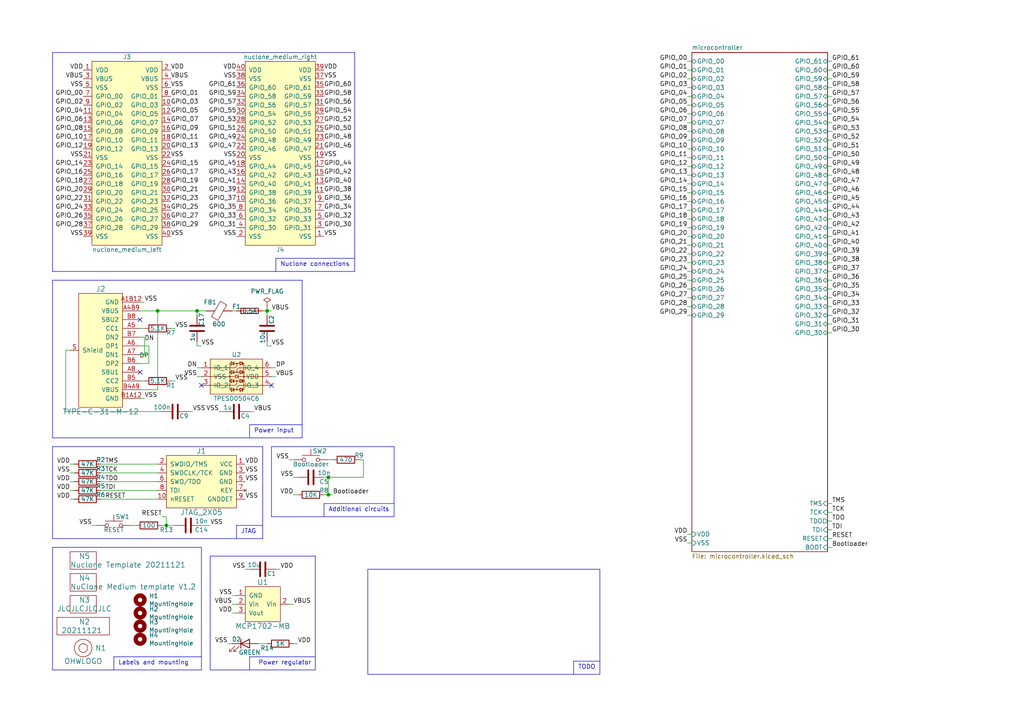
<source format=kicad_sch>
(kicad_sch (version 20230121) (generator eeschema)
  (paper "A4")
  (lib_symbols
    (symbol "Device:C" (pin_numbers hide) (pin_names (offset 0.254))
      (property "Reference" "C" (at 0.635 2.54 0))
      (property "Value" "C" (at 0.635 -2.54 0))
      (symbol "C_0_1"
        (polyline (pts (xy -2.032 -0.762) (xy 2.032 -0.762)) (stroke (width 0.508)))
        (polyline (pts (xy -2.032 0.762) (xy 2.032 0.762)) (stroke (width 0.508)))
      )
      (symbol "C_1_1"
        (pin passive line (at 0 3.81 270) (length 2.794) (name "~") (number "1"))
        (pin passive line (at 0 -3.81 90) (length 2.794) (name "~") (number "2"))
      )
    )
    (symbol "Device:Ferrite_Bead" (pin_numbers hide) (pin_names (offset 0))
      (property "Reference" "FB" (at -3.81 0.635 90))
      (property "Value" "Device_Ferrite_Bead" (at 3.81 0 90))
      (symbol "Ferrite_Bead_0_1"
        (polyline (pts (xy 0 -1.27) (xy 0 -1.2192)))
        (polyline (pts (xy 0 1.27) (xy 0 1.2954)))
        (polyline (pts (xy -2.7686 0.4064) (xy -1.7018 2.2606) (xy 2.7686 -0.3048) (xy 1.6764 -2.159) (xy -2.7686 0.4064)))
      )
      (symbol "Ferrite_Bead_1_1"
        (pin passive line (at 0 3.81 270) (length 2.54) (name "~") (number "1"))
        (pin passive line (at 0 -3.81 90) (length 2.54) (name "~") (number "2"))
      )
    )
    (symbol "Device:Fuse" (pin_numbers hide) (pin_names (offset 0))
      (property "Reference" "F" (at 2.032 0 90))
      (property "Value" "Fuse" (at -1.905 0 90))
      (symbol "Fuse_0_1"
        (rectangle (start -0.762 -2.54) (end 0.762 2.54) (stroke (width 0.254)))
        (polyline (pts (xy 0 2.54) (xy 0 -2.54)))
      )
      (symbol "Fuse_1_1"
        (pin passive line (at 0 3.81 270) (length 1.27) (name "~") (number "1"))
        (pin passive line (at 0 -3.81 90) (length 1.27) (name "~") (number "2"))
      )
    )
    (symbol "Device:LED" (pin_numbers hide) (pin_names (offset 1.016) hide)
      (property "Reference" "D" (at 0 2.54 0))
      (property "Value" "LED" (at 0 -2.54 0))
      (symbol "LED_0_1"
        (polyline (pts (xy -1.27 -1.27) (xy -1.27 1.27)) (stroke (width 0.254)))
        (polyline (pts (xy -1.27 0) (xy 1.27 0)))
        (polyline (pts (xy 1.27 -1.27) (xy 1.27 1.27) (xy -1.27 0) (xy 1.27 -1.27)) (stroke (width 0.254)))
        (polyline (pts (xy -3.048 -0.762) (xy -4.572 -2.286) (xy -3.81 -2.286) (xy -4.572 -2.286) (xy -4.572 -1.524)))
        (polyline (pts (xy -1.778 -0.762) (xy -3.302 -2.286) (xy -2.54 -2.286) (xy -3.302 -2.286) (xy -3.302 -1.524)))
      )
      (symbol "LED_1_1"
        (pin passive line (at -3.81 0 0) (length 2.54) (name "K") (number "1"))
        (pin passive line (at 3.81 0 180) (length 2.54) (name "A") (number "2"))
      )
    )
    (symbol "Device:R" (pin_numbers hide) (pin_names (offset 0))
      (property "Reference" "R" (at 2.032 0 90))
      (property "Value" "R" (at 0 0 90))
      (symbol "R_0_1"
        (rectangle (start -1.016 -2.54) (end 1.016 2.54) (stroke (width 0.254)))
      )
      (symbol "R_1_1"
        (pin passive line (at 0 3.81 270) (length 1.27) (name "~") (number "1"))
        (pin passive line (at 0 -3.81 90) (length 1.27) (name "~") (number "2"))
      )
    )
    (symbol "Mechanical:MountingHole" (pin_names (offset 1.016))
      (property "Reference" "H" (at 0 5.08 0))
      (property "Value" "MountingHole" (at 0 3.175 0))
      (symbol "MountingHole_0_1"
        (circle (center 0 0) (radius 1.27) (stroke (width 1.27)))
      )
    )
    (symbol "SquantorConnectorsNamed:JTAG_2X05_IN" (pin_names (offset 1.016))
      (property "Reference" "J" (at 0 8.89 0))
      (property "Value" "JTAG_2X05_IN" (at 0 -8.89 0))
      (symbol "JTAG_2X05_IN_0_1"
        (rectangle (start -10.16 7.62) (end 10.16 -7.62) (fill (type background)))
      )
      (symbol "JTAG_2X05_IN_1_1"
        (pin power_in line (at 12.7 5.08 180) (length 2.54) (name "VCC") (number "1"))
        (pin open_collector line (at -12.7 -5.08 0) (length 2.54) (name "nRESET") (number "10"))
        (pin bidirectional line (at -12.7 5.08 0) (length 2.54) (name "SWDIO/TMS") (number "2"))
        (pin power_in line (at 12.7 2.54 180) (length 2.54) (name "GND") (number "3"))
        (pin output line (at -12.7 2.54 0) (length 2.54) (name "SWDCLK/TCK") (number "4"))
        (pin power_in line (at 12.7 0 180) (length 2.54) (name "GND") (number "5"))
        (pin output line (at -12.7 0 0) (length 2.54) (name "SWO/TDO") (number "6"))
        (pin no_connect line (at 12.7 -2.54 180) (length 2.54) (name "KEY") (number "7"))
        (pin input line (at -12.7 -2.54 0) (length 2.54) (name "TDI") (number "8"))
        (pin power_in line (at 12.7 -5.08 180) (length 2.54) (name "GNDDET") (number "9"))
      )
    )
    (symbol "SquantorConnectorsNamed:nuclone_medium_left" (pin_names (offset 1.016))
      (property "Reference" "J" (at 0 27.94 0))
      (property "Value" "nuclone_medium_left" (at 0 -27.94 0))
      (symbol "nuclone_medium_left_0_1"
        (rectangle (start -10.16 26.67) (end 10.16 -26.67) (fill (type background)))
      )
      (symbol "nuclone_medium_left_1_1"
        (pin power_in line (at -12.7 24.13 0) (length 2.54) (name "VDD") (number "1"))
        (pin bidirectional line (at 12.7 13.97 180) (length 2.54) (name "GPIO_03") (number "10"))
        (pin bidirectional line (at -12.7 11.43 0) (length 2.54) (name "GPIO_04") (number "11"))
        (pin bidirectional line (at 12.7 11.43 180) (length 2.54) (name "GPIO_05") (number "12"))
        (pin bidirectional line (at -12.7 8.89 0) (length 2.54) (name "GPIO_06") (number "13"))
        (pin bidirectional line (at 12.7 8.89 180) (length 2.54) (name "GPIO_07") (number "14"))
        (pin bidirectional line (at -12.7 6.35 0) (length 2.54) (name "GPIO_08") (number "15"))
        (pin bidirectional line (at 12.7 6.35 180) (length 2.54) (name "GPIO_09") (number "16"))
        (pin bidirectional line (at -12.7 3.81 0) (length 2.54) (name "GPIO_10") (number "17"))
        (pin bidirectional line (at 12.7 3.81 180) (length 2.54) (name "GPIO_11") (number "18"))
        (pin bidirectional line (at -12.7 1.27 0) (length 2.54) (name "GPIO_12") (number "19"))
        (pin power_in line (at 12.7 24.13 180) (length 2.54) (name "VDD") (number "2"))
        (pin bidirectional line (at 12.7 1.27 180) (length 2.54) (name "GPIO_13") (number "20"))
        (pin power_in line (at -12.7 -1.27 0) (length 2.54) (name "VSS") (number "21"))
        (pin power_in line (at 12.7 -1.27 180) (length 2.54) (name "VSS") (number "22"))
        (pin bidirectional line (at -12.7 -3.81 0) (length 2.54) (name "GPIO_14") (number "23"))
        (pin bidirectional line (at 12.7 -3.81 180) (length 2.54) (name "GPIO_15") (number "24"))
        (pin bidirectional line (at -12.7 -6.35 0) (length 2.54) (name "GPIO_16") (number "25"))
        (pin bidirectional line (at 12.7 -6.35 180) (length 2.54) (name "GPIO_17") (number "26"))
        (pin bidirectional line (at -12.7 -8.89 0) (length 2.54) (name "GPIO_18") (number "27"))
        (pin bidirectional line (at 12.7 -8.89 180) (length 2.54) (name "GPIO_19") (number "28"))
        (pin bidirectional line (at -12.7 -11.43 0) (length 2.54) (name "GPIO_20") (number "29"))
        (pin power_in line (at -12.7 21.59 0) (length 2.54) (name "VBUS") (number "3"))
        (pin bidirectional line (at 12.7 -11.43 180) (length 2.54) (name "GPIO_21") (number "30"))
        (pin bidirectional line (at -12.7 -13.97 0) (length 2.54) (name "GPIO_22") (number "31"))
        (pin bidirectional line (at 12.7 -13.97 180) (length 2.54) (name "GPIO_23") (number "32"))
        (pin bidirectional line (at -12.7 -16.51 0) (length 2.54) (name "GPIO_24") (number "33"))
        (pin bidirectional line (at 12.7 -16.51 180) (length 2.54) (name "GPIO_25") (number "34"))
        (pin bidirectional line (at -12.7 -19.05 0) (length 2.54) (name "GPIO_26") (number "35"))
        (pin bidirectional line (at 12.7 -19.05 180) (length 2.54) (name "GPIO_27") (number "36"))
        (pin bidirectional line (at -12.7 -21.59 0) (length 2.54) (name "GPIO_28") (number "37"))
        (pin bidirectional line (at 12.7 -21.59 180) (length 2.54) (name "GPIO_29") (number "38"))
        (pin power_in line (at -12.7 -24.13 0) (length 2.54) (name "VSS") (number "39"))
        (pin power_in line (at 12.7 21.59 180) (length 2.54) (name "VBUS") (number "4"))
        (pin power_in line (at 12.7 -24.13 180) (length 2.54) (name "VSS") (number "40"))
        (pin power_in line (at -12.7 19.05 0) (length 2.54) (name "VSS") (number "5"))
        (pin power_in line (at 12.7 19.05 180) (length 2.54) (name "VSS") (number "6"))
        (pin bidirectional line (at -12.7 16.51 0) (length 2.54) (name "GPIO_00") (number "7"))
        (pin bidirectional line (at 12.7 16.51 180) (length 2.54) (name "GPIO_01") (number "8"))
        (pin bidirectional line (at -12.7 13.97 0) (length 2.54) (name "GPIO_02") (number "9"))
      )
    )
    (symbol "SquantorConnectorsNamed:nuclone_medium_right" (pin_names (offset 1.016))
      (property "Reference" "J" (at 0 27.94 0))
      (property "Value" "nuclone_medium_right" (at 0 -27.94 0))
      (symbol "nuclone_medium_right_0_1"
        (rectangle (start 10.16 -26.67) (end -10.16 26.67) (fill (type background)))
      )
      (symbol "nuclone_medium_right_1_1"
        (pin power_in line (at 12.7 -24.13 180) (length 2.54) (name "VSS") (number "1"))
        (pin bidirectional line (at -12.7 -13.97 0) (length 2.54) (name "GPIO_36") (number "10"))
        (pin bidirectional line (at 12.7 -11.43 180) (length 2.54) (name "GPIO_39") (number "11"))
        (pin bidirectional line (at -12.7 -11.43 0) (length 2.54) (name "GPIO_38") (number "12"))
        (pin bidirectional line (at 12.7 -8.89 180) (length 2.54) (name "GPIO_41") (number "13"))
        (pin bidirectional line (at -12.7 -8.89 0) (length 2.54) (name "GPIO_40") (number "14"))
        (pin bidirectional line (at 12.7 -6.35 180) (length 2.54) (name "GPIO_43") (number "15"))
        (pin bidirectional line (at -12.7 -6.35 0) (length 2.54) (name "GPIO_42") (number "16"))
        (pin bidirectional line (at 12.7 -3.81 180) (length 2.54) (name "GPIO_45") (number "17"))
        (pin bidirectional line (at -12.7 -3.81 0) (length 2.54) (name "GPIO_44") (number "18"))
        (pin power_in line (at 12.7 -1.27 180) (length 2.54) (name "VSS") (number "19"))
        (pin power_in line (at -12.7 -24.13 0) (length 2.54) (name "VSS") (number "2"))
        (pin power_in line (at -12.7 -1.27 0) (length 2.54) (name "VSS") (number "20"))
        (pin bidirectional line (at 12.7 1.27 180) (length 2.54) (name "GPIO_47") (number "21"))
        (pin bidirectional line (at -12.7 1.27 0) (length 2.54) (name "GPIO_46") (number "22"))
        (pin bidirectional line (at 12.7 3.81 180) (length 2.54) (name "GPIO_49") (number "23"))
        (pin bidirectional line (at -12.7 3.81 0) (length 2.54) (name "GPIO_48") (number "24"))
        (pin bidirectional line (at 12.7 6.35 180) (length 2.54) (name "GPIO_51") (number "25"))
        (pin bidirectional line (at -12.7 6.35 0) (length 2.54) (name "GPIO_50") (number "26"))
        (pin bidirectional line (at 12.7 8.89 180) (length 2.54) (name "GPIO_53") (number "27"))
        (pin bidirectional line (at -12.7 8.89 0) (length 2.54) (name "GPIO_52") (number "28"))
        (pin bidirectional line (at 12.7 11.43 180) (length 2.54) (name "GPIO_55") (number "29"))
        (pin bidirectional line (at 12.7 -21.59 180) (length 2.54) (name "GPIO_31") (number "3"))
        (pin bidirectional line (at -12.7 11.43 0) (length 2.54) (name "GPIO_54") (number "30"))
        (pin bidirectional line (at 12.7 13.97 180) (length 2.54) (name "GPIO_57") (number "31"))
        (pin bidirectional line (at -12.7 13.97 0) (length 2.54) (name "GPIO_56") (number "32"))
        (pin bidirectional line (at 12.7 16.51 180) (length 2.54) (name "GPIO_59") (number "33"))
        (pin bidirectional line (at -12.7 16.51 0) (length 2.54) (name "GPIO_58") (number "34"))
        (pin bidirectional line (at 12.7 19.05 180) (length 2.54) (name "GPIO_61") (number "35"))
        (pin bidirectional line (at -12.7 19.05 0) (length 2.54) (name "GPIO_60") (number "36"))
        (pin power_in line (at 12.7 21.59 180) (length 2.54) (name "VSS") (number "37"))
        (pin power_in line (at -12.7 21.59 0) (length 2.54) (name "VSS") (number "38"))
        (pin power_in line (at 12.7 24.13 180) (length 2.54) (name "VDD") (number "39"))
        (pin bidirectional line (at -12.7 -21.59 0) (length 2.54) (name "GPIO_30") (number "4"))
        (pin power_in line (at -12.7 24.13 0) (length 2.54) (name "VDD") (number "40"))
        (pin bidirectional line (at 12.7 -19.05 180) (length 2.54) (name "GPIO_33") (number "5"))
        (pin bidirectional line (at -12.7 -19.05 0) (length 2.54) (name "GPIO_32") (number "6"))
        (pin bidirectional line (at 12.7 -16.51 180) (length 2.54) (name "GPIO_35") (number "7"))
        (pin bidirectional line (at -12.7 -16.51 0) (length 2.54) (name "GPIO_34") (number "8"))
        (pin bidirectional line (at 12.7 -13.97 180) (length 2.54) (name "GPIO_37") (number "9"))
      )
    )
    (symbol "SquantorDevice:TVS_4_Array" (pin_names (offset 1.016))
      (property "Reference" "U" (at 0 7.62 0))
      (property "Value" "TVS_4_Array" (at 0 -5.08 0))
      (symbol "TVS_4_Array_0_1"
        (rectangle (start -7.62 6.35) (end 7.62 -3.81) (fill (type background)))
        (circle (center -1.905 0) (radius 0.127))
        (circle (center -1.905 1.27) (radius 0.127))
        (circle (center -1.905 2.54) (radius 0.127))
        (polyline (pts (xy -7.62 1.27) (xy -0.254 1.27)))
        (polyline (pts (xy -1.905 5.08) (xy -1.905 -2.54)))
        (polyline (pts (xy -1.524 -2.54) (xy -1.905 -2.54)))
        (polyline (pts (xy -1.524 0) (xy -1.905 0)))
        (polyline (pts (xy -1.524 2.54) (xy -1.905 2.54)))
        (polyline (pts (xy -1.524 5.08) (xy -1.905 5.08)))
        (polyline (pts (xy -0.762 -2.54) (xy 1.016 -2.54)))
        (polyline (pts (xy -0.762 -2.032) (xy -0.762 -3.048)))
        (polyline (pts (xy -0.762 -2.032) (xy -0.762 -3.048)))
        (polyline (pts (xy -0.762 0) (xy 1.016 0)))
        (polyline (pts (xy -0.762 0.508) (xy -0.762 -0.508)))
        (polyline (pts (xy -0.762 0.508) (xy -0.762 -0.508)))
        (polyline (pts (xy -0.762 2.54) (xy 1.016 2.54)))
        (polyline (pts (xy -0.762 3.048) (xy -0.762 2.032)))
        (polyline (pts (xy -0.762 3.048) (xy -0.762 2.032)))
        (polyline (pts (xy -0.762 5.08) (xy 1.016 5.08)))
        (polyline (pts (xy -0.762 5.588) (xy -0.762 4.572)))
        (polyline (pts (xy -0.762 5.588) (xy -0.762 4.572)))
        (polyline (pts (xy 0.508 1.27) (xy 7.62 1.27)))
        (polyline (pts (xy 1.778 -2.54) (xy 2.159 -2.54)))
        (polyline (pts (xy 1.778 -2.032) (xy 1.778 -3.048)))
        (polyline (pts (xy 1.778 -2.032) (xy 1.778 -3.048)))
        (polyline (pts (xy 1.778 0) (xy 2.159 0)))
        (polyline (pts (xy 1.778 0.508) (xy 1.778 -0.508)))
        (polyline (pts (xy 1.778 0.508) (xy 1.778 -0.508)))
        (polyline (pts (xy 1.778 2.54) (xy 2.159 2.54)))
        (polyline (pts (xy 1.778 3.048) (xy 1.778 2.032)))
        (polyline (pts (xy 1.778 3.048) (xy 1.778 2.032)))
        (polyline (pts (xy 1.778 5.08) (xy 2.159 5.08)))
        (polyline (pts (xy 1.778 5.588) (xy 1.778 4.572)))
        (polyline (pts (xy 1.778 5.588) (xy 1.778 4.572)))
        (polyline (pts (xy 2.159 5.08) (xy 2.159 -2.54)))
        (polyline (pts (xy 0.508 1.27) (xy 0.508 0.762) (xy 0.635 0.635)))
        (polyline (pts (xy 0.508 1.27) (xy 0.508 1.778) (xy 0.381 1.905)))
        (polyline (pts (xy -7.62 -1.27) (xy -0.381 -1.27) (xy 0.127 -0.762) (xy 0.127 0)))
        (polyline (pts (xy -7.62 3.81) (xy -0.381 3.81) (xy 0.127 4.318) (xy 0.127 5.08)))
        (polyline (pts (xy 0.508 1.27) (xy -0.254 1.778) (xy -0.254 0.762) (xy 0.508 1.27)))
        (polyline (pts (xy 7.62 -1.27) (xy 0.635 -1.27) (xy 0.127 -1.778) (xy 0.127 -2.413)))
        (polyline (pts (xy 7.62 3.81) (xy 0.635 3.81) (xy 0.127 3.302) (xy 0.127 2.667)))
        (circle (center 0.127 -2.54) (radius 0.127))
        (circle (center 0.127 0) (radius 0.127))
        (circle (center 0.127 2.54) (radius 0.127))
        (circle (center 0.127 5.08) (radius 0.127))
        (circle (center 2.159 0) (radius 0.127))
        (circle (center 2.159 1.27) (radius 0.127))
        (circle (center 2.159 2.54) (radius 0.127))
      )
      (symbol "TVS_4_Array_1_1"
        (polyline (pts (xy -0.762 -2.54) (xy -1.524 -2.032) (xy -1.524 -3.048) (xy -0.762 -2.54)))
        (polyline (pts (xy -0.762 -2.54) (xy -1.524 -2.032) (xy -1.524 -3.048) (xy -0.762 -2.54)))
        (polyline (pts (xy -0.762 0) (xy -1.524 0.508) (xy -1.524 -0.508) (xy -0.762 0)))
        (polyline (pts (xy -0.762 0) (xy -1.524 0.508) (xy -1.524 -0.508) (xy -0.762 0)))
        (polyline (pts (xy -0.762 2.54) (xy -1.524 3.048) (xy -1.524 2.032) (xy -0.762 2.54)))
        (polyline (pts (xy -0.762 2.54) (xy -1.524 3.048) (xy -1.524 2.032) (xy -0.762 2.54)))
        (polyline (pts (xy -0.762 5.08) (xy -1.524 5.588) (xy -1.524 4.572) (xy -0.762 5.08)))
        (polyline (pts (xy -0.762 5.08) (xy -1.524 5.588) (xy -1.524 4.572) (xy -0.762 5.08)))
        (polyline (pts (xy 1.778 -2.54) (xy 1.016 -2.032) (xy 1.016 -3.048) (xy 1.778 -2.54)))
        (polyline (pts (xy 1.778 -2.54) (xy 1.016 -2.032) (xy 1.016 -3.048) (xy 1.778 -2.54)))
        (polyline (pts (xy 1.778 0) (xy 1.016 0.508) (xy 1.016 -0.508) (xy 1.778 0)))
        (polyline (pts (xy 1.778 0) (xy 1.016 0.508) (xy 1.016 -0.508) (xy 1.778 0)))
        (polyline (pts (xy 1.778 2.54) (xy 1.016 3.048) (xy 1.016 2.032) (xy 1.778 2.54)))
        (polyline (pts (xy 1.778 2.54) (xy 1.016 3.048) (xy 1.016 2.032) (xy 1.778 2.54)))
        (polyline (pts (xy 1.778 5.08) (xy 1.016 5.588) (xy 1.016 4.572) (xy 1.778 5.08)))
        (polyline (pts (xy 1.778 5.08) (xy 1.016 5.588) (xy 1.016 4.572) (xy 1.778 5.08)))
        (pin passive line (at -10.16 3.81 0) (length 2.54) (name "IO_1") (number "1"))
        (pin power_in line (at -10.16 1.27 0) (length 2.54) (name "VSS") (number "2"))
        (pin passive line (at -10.16 -1.27 0) (length 2.54) (name "IO_2") (number "3"))
        (pin passive line (at 10.16 -1.27 180) (length 2.54) (name "IO_3") (number "4"))
        (pin power_in line (at 10.16 1.27 180) (length 2.54) (name "VDD") (number "5"))
        (pin passive line (at 10.16 3.81 180) (length 2.54) (name "IO_4") (number "6"))
      )
    )
    (symbol "SquantorLabels:Label" (pin_names (offset 1.016))
      (property "Reference" "N" (at 0 1.27 0))
      (property "Value" "Label" (at 0 -1.27 0))
      (symbol "Label_0_1"
        (rectangle (start -3.81 2.54) (end 3.81 -2.54))
      )
    )
    (symbol "SquantorLabels:OHWLOGO" (pin_names (offset 1.016))
      (property "Reference" "N" (at 0 3.81 0))
      (property "Value" "OHWLOGO" (at 0 -3.81 0))
      (symbol "OHWLOGO_0_1"
        (circle (center 0 0) (radius 1.27))
        (circle (center 0 0) (radius 2.54))
      )
    )
    (symbol "SquantorLabels:VYYYYMMDD" (pin_names (offset 1.016))
      (property "Reference" "N" (at 0 2.54 0))
      (property "Value" "VYYYYMMDD" (at 0 0 0))
      (symbol "VYYYYMMDD_0_1"
        (rectangle (start 7.62 -1.27) (end -7.62 3.81))
      )
    )
    (symbol "SquantorMicrochip:MCP1702-MB" (pin_names (offset 1.016))
      (property "Reference" "U" (at 0 6.35 0))
      (property "Value" "MCP1702-MB" (at 0 -6.35 0))
      (symbol "MCP1702-MB_0_1"
        (rectangle (start -5.08 5.08) (end 5.08 -5.08) (fill (type background)))
      )
      (symbol "MCP1702-MB_1_1"
        (pin power_in line (at -7.62 2.54 0) (length 2.54) (name "GND") (number "1"))
        (pin power_in line (at -7.62 0 0) (length 2.54) (name "Vin") (number "2"))
        (pin power_in line (at 7.62 0 180) (length 2.54) (name "Vin") (number "2"))
        (pin power_out line (at -7.62 -2.54 0) (length 2.54) (name "Vout") (number "3"))
      )
    )
    (symbol "SquantorUsb:USB-C_PD_USB" (pin_names (offset 1.016))
      (property "Reference" "J" (at 0 17.78 0))
      (property "Value" "USB-C_PD_USB" (at 0 -17.78 0))
      (symbol "USB-C_PD_USB_0_1"
        (rectangle (start 6.35 16.51) (end -6.35 -16.51) (fill (type background)))
      )
      (symbol "USB-C_PD_USB_1_1"
        (pin power_out line (at 11.43 13.97 180) (length 5.08) (name "GND") (number "A1B12"))
        (pin power_out line (at 11.43 11.43 180) (length 5.08) (name "VBUS") (number "A4B9"))
        (pin bidirectional line (at 11.43 6.35 180) (length 5.08) (name "CC1") (number "A5"))
        (pin bidirectional line (at 11.43 1.27 180) (length 5.08) (name "DP1") (number "A6"))
        (pin bidirectional line (at 11.43 -1.27 180) (length 5.08) (name "DN1") (number "A7"))
        (pin bidirectional line (at 11.43 -6.35 180) (length 5.08) (name "SBU1") (number "A8"))
        (pin passive line (at 11.43 -13.97 180) (length 5.08) (name "GND") (number "B1A12"))
        (pin passive line (at 11.43 -11.43 180) (length 5.08) (name "VBUS") (number "B4A9"))
        (pin bidirectional line (at 11.43 -8.89 180) (length 5.08) (name "CC2") (number "B5"))
        (pin bidirectional line (at 11.43 -3.81 180) (length 5.08) (name "DP2") (number "B6"))
        (pin bidirectional line (at 11.43 3.81 180) (length 5.08) (name "DN2") (number "B7"))
        (pin bidirectional line (at 11.43 8.89 180) (length 5.08) (name "SBU2") (number "B8"))
        (pin passive line (at -8.89 0 0) (length 2.54) (name "Shield") (number "S"))
      )
    )
    (symbol "Switch:SW_Push" (pin_numbers hide) (pin_names (offset 1.016) hide)
      (property "Reference" "SW" (at 1.27 2.54 0))
      (property "Value" "SW_Push" (at 0 -1.524 0))
      (symbol "SW_Push_0_1"
        (circle (center -2.032 0) (radius 0.508))
        (polyline (pts (xy 0 1.27) (xy 0 3.048)))
        (polyline (pts (xy 2.54 1.27) (xy -2.54 1.27)))
        (circle (center 2.032 0) (radius 0.508))
        (pin passive line (at -5.08 0 0) (length 2.54) (name "1") (number "1"))
        (pin passive line (at 5.08 0 180) (length 2.54) (name "2") (number "2"))
      )
    )
    (symbol "power:PWR_FLAG" (power) (pin_numbers hide) (pin_names (offset 0) hide)
      (property "Value" "PWR_FLAG" (at 0 3.81 0))
      (symbol "PWR_FLAG_0_0"
        (pin power_out line (at 0 0 90) (length 0) (name "pwr") (number "1"))
      )
      (symbol "PWR_FLAG_0_1"
        (polyline (pts (xy 0 0) (xy 0 1.27) (xy -1.016 1.905) (xy 0 2.54) (xy 1.016 1.905) (xy 0 1.27)))
      )
    )
  )
  (junction (at 57.15 90.17))
  (junction (at 77.47 90.17))
  (junction (at 48.26 152.4))
  (junction (at 45.72 90.17))
  (junction (at 95.25 138.43))
  (junction (at 95.25 143.51))
  (no_connect (at 40.64 107.95))
  (no_connect (at 78.74 111.76))
  (no_connect (at 40.64 92.71))
  (no_connect (at 58.42 111.76))
  (wire (pts (xy 19.05 119.38) (xy 46.99 119.38)))
  (wire (pts (xy 83.82 133.35) (xy 85.09 133.35)))
  (wire (pts (xy 77.47 100.33) (xy 78.74 100.33)))
  (wire (pts (xy 199.39 33.02) (xy 200.66 33.02)))
  (wire (pts (xy 200.66 40.64) (xy 199.39 40.64)))
  (wire (pts (xy 199.39 43.18) (xy 200.66 43.18)))
  (wire (pts (xy 240.03 78.74) (xy 241.3 78.74)))
  (wire (pts (xy 240.03 25.4) (xy 241.3 25.4)))
  (polyline (pts (xy 72.39 123.19) (xy 72.39 127)))
  (wire (pts (xy 58.42 100.33) (xy 57.15 100.33)))
  (wire (pts (xy 240.03 35.56) (xy 241.3 35.56)))
  (wire (pts (xy 38.1 152.4) (xy 39.37 152.4)))
  (wire (pts (xy 85.09 175.26) (xy 83.82 175.26)))
  (wire (pts (xy 199.39 22.86) (xy 200.66 22.86)))
  (wire (pts (xy 21.59 142.24) (xy 20.32 142.24)))
  (wire (pts (xy 200.66 71.12) (xy 199.39 71.12)))
  (wire (pts (xy 200.66 86.36) (xy 199.39 86.36)))
  (polyline (pts (xy 15.24 15.24) (xy 15.24 78.74)))
  (wire (pts (xy 95.25 143.51) (xy 96.52 143.51)))
  (polyline (pts (xy 102.87 78.74) (xy 102.87 15.24)))
  (wire (pts (xy 40.64 113.03) (xy 45.72 113.03)))
  (wire (pts (xy 241.3 38.1) (xy 240.03 38.1)))
  (wire (pts (xy 41.91 97.79) (xy 41.91 102.87)))
  (wire (pts (xy 67.31 172.72) (xy 68.58 172.72)))
  (wire (pts (xy 199.39 78.74) (xy 200.66 78.74)))
  (wire (pts (xy 199.39 154.94) (xy 200.66 154.94)))
  (polyline (pts (xy 87.63 81.28) (xy 15.24 81.28)))
  (wire (pts (xy 199.39 58.42) (xy 200.66 58.42)))
  (wire (pts (xy 73.66 119.38) (xy 72.39 119.38)))
  (wire (pts (xy 199.39 73.66) (xy 200.66 73.66)))
  (wire (pts (xy 240.03 66.04) (xy 241.3 66.04)))
  (wire (pts (xy 240.03 40.64) (xy 241.3 40.64)))
  (polyline (pts (xy 15.24 158.75) (xy 15.24 194.31)))
  (wire (pts (xy 29.21 144.78) (xy 45.72 144.78)))
  (wire (pts (xy 200.66 35.56) (xy 199.39 35.56)))
  (wire (pts (xy 241.3 58.42) (xy 240.03 58.42)))
  (wire (pts (xy 80.01 165.1) (xy 81.28 165.1)))
  (wire (pts (xy 200.66 60.96) (xy 199.39 60.96)))
  (wire (pts (xy 55.88 119.38) (xy 54.61 119.38)))
  (wire (pts (xy 93.98 143.51) (xy 95.25 143.51)))
  (wire (pts (xy 85.09 138.43) (xy 86.36 138.43)))
  (wire (pts (xy 20.32 134.62) (xy 21.59 134.62)))
  (wire (pts (xy 95.25 133.35) (xy 96.52 133.35)))
  (wire (pts (xy 80.01 106.68) (xy 78.74 106.68)))
  (wire (pts (xy 40.64 95.25) (xy 41.91 95.25)))
  (polyline (pts (xy 93.98 146.05) (xy 93.98 149.86)))
  (polyline (pts (xy 33.02 190.5) (xy 33.02 194.31)))
  (wire (pts (xy 67.31 177.8) (xy 68.58 177.8)))
  (wire (pts (xy 48.26 149.86) (xy 48.26 152.4)))
  (wire (pts (xy 41.91 102.87) (xy 40.64 102.87)))
  (wire (pts (xy 86.36 186.69) (xy 85.09 186.69)))
  (wire (pts (xy 199.39 68.58) (xy 200.66 68.58)))
  (wire (pts (xy 40.64 97.79) (xy 41.91 97.79)))
  (wire (pts (xy 29.21 134.62) (xy 45.72 134.62)))
  (wire (pts (xy 40.64 90.17) (xy 45.72 90.17)))
  (polyline (pts (xy 114.3 146.05) (xy 93.98 146.05)))
  (wire (pts (xy 241.3 43.18) (xy 240.03 43.18)))
  (wire (pts (xy 200.66 45.72) (xy 199.39 45.72)))
  (wire (pts (xy 241.3 27.94) (xy 240.03 27.94)))
  (wire (pts (xy 200.66 157.48) (xy 199.39 157.48)))
  (wire (pts (xy 241.3 81.28) (xy 240.03 81.28)))
  (wire (pts (xy 57.15 109.22) (xy 58.42 109.22)))
  (wire (pts (xy 200.66 91.44) (xy 199.39 91.44)))
  (wire (pts (xy 200.66 20.32) (xy 199.39 20.32)))
  (wire (pts (xy 241.3 96.52) (xy 240.03 96.52)))
  (polyline (pts (xy 80.01 74.93) (xy 80.01 78.74)))
  (wire (pts (xy 77.47 90.17) (xy 77.47 88.9)))
  (wire (pts (xy 40.64 100.33) (xy 43.18 100.33)))
  (wire (pts (xy 240.03 30.48) (xy 241.3 30.48)))
  (wire (pts (xy 77.47 186.69) (xy 74.93 186.69)))
  (wire (pts (xy 29.21 137.16) (xy 45.72 137.16)))
  (wire (pts (xy 199.39 83.82) (xy 200.66 83.82)))
  (wire (pts (xy 46.99 149.86) (xy 48.26 149.86)))
  (wire (pts (xy 240.03 158.75) (xy 241.3 158.75)))
  (wire (pts (xy 241.3 86.36) (xy 240.03 86.36)))
  (wire (pts (xy 21.59 137.16) (xy 20.32 137.16)))
  (wire (pts (xy 199.39 53.34) (xy 200.66 53.34)))
  (wire (pts (xy 200.66 50.8) (xy 199.39 50.8)))
  (wire (pts (xy 77.47 91.44) (xy 77.47 90.17)))
  (wire (pts (xy 57.15 100.33) (xy 57.15 99.06)))
  (polyline (pts (xy 91.44 194.31) (xy 91.44 161.29)))
  (wire (pts (xy 58.42 106.68) (xy 57.15 106.68)))
  (wire (pts (xy 200.66 66.04) (xy 199.39 66.04)))
  (wire (pts (xy 41.91 87.63) (xy 40.64 87.63)))
  (polyline (pts (xy 91.44 161.29) (xy 60.96 161.29)))
  (wire (pts (xy 78.74 90.17) (xy 77.47 90.17)))
  (polyline (pts (xy 15.24 78.74) (xy 102.87 78.74)))
  (wire (pts (xy 29.21 139.7) (xy 45.72 139.7)))
  (wire (pts (xy 77.47 90.17) (xy 76.2 90.17)))
  (polyline (pts (xy 91.44 190.5) (xy 72.39 190.5)))
  (wire (pts (xy 43.18 100.33) (xy 43.18 105.41)))
  (wire (pts (xy 67.31 186.69) (xy 66.04 186.69)))
  (wire (pts (xy 57.15 90.17) (xy 59.69 90.17)))
  (polyline (pts (xy 58.42 158.75) (xy 15.24 158.75)))
  (wire (pts (xy 241.3 33.02) (xy 240.03 33.02)))
  (wire (pts (xy 241.3 68.58) (xy 240.03 68.58)))
  (polyline (pts (xy 76.2 152.4) (xy 68.58 152.4)))
  (wire (pts (xy 241.3 91.44) (xy 240.03 91.44)))
  (wire (pts (xy 241.3 53.34) (xy 240.03 53.34)))
  (polyline (pts (xy 76.2 129.54) (xy 15.24 129.54)))
  (wire (pts (xy 57.15 91.44) (xy 57.15 90.17)))
  (wire (pts (xy 240.03 83.82) (xy 241.3 83.82)))
  (wire (pts (xy 241.3 63.5) (xy 240.03 63.5)))
  (polyline (pts (xy 87.63 123.19) (xy 72.39 123.19)))
  (wire (pts (xy 49.53 110.49) (xy 50.8 110.49)))
  (wire (pts (xy 240.03 60.96) (xy 241.3 60.96)))
  (wire (pts (xy 41.91 115.57) (xy 40.64 115.57)))
  (wire (pts (xy 241.3 22.86) (xy 240.03 22.86)))
  (wire (pts (xy 240.03 76.2) (xy 241.3 76.2)))
  (wire (pts (xy 240.03 151.13) (xy 241.3 151.13)))
  (wire (pts (xy 200.66 25.4) (xy 199.39 25.4)))
  (polyline (pts (xy 102.87 74.93) (xy 80.01 74.93)))
  (polyline (pts (xy 15.24 127) (xy 87.63 127)))
  (wire (pts (xy 64.77 119.38) (xy 63.5 119.38)))
  (wire (pts (xy 85.09 143.51) (xy 86.36 143.51)))
  (wire (pts (xy 199.39 48.26) (xy 200.66 48.26)))
  (polyline (pts (xy 72.39 190.5) (xy 72.39 194.31)))
  (polyline (pts (xy 15.24 129.54) (xy 15.24 156.21)))
  (polyline (pts (xy 68.58 152.4) (xy 68.58 156.21)))
  (wire (pts (xy 45.72 90.17) (xy 57.15 90.17)))
  (polyline (pts (xy 102.87 15.24) (xy 15.24 15.24)))
  (wire (pts (xy 200.66 55.88) (xy 199.39 55.88)))
  (wire (pts (xy 67.31 90.17) (xy 68.58 90.17)))
  (wire (pts (xy 240.03 153.67) (xy 241.3 153.67)))
  (wire (pts (xy 29.21 142.24) (xy 45.72 142.24)))
  (polyline (pts (xy 114.3 149.86) (xy 114.3 129.54)))
  (polyline (pts (xy 166.37 195.58) (xy 166.37 191.77)))
  (polyline (pts (xy 106.68 165.1) (xy 173.99 165.1)))
  (wire (pts (xy 20.32 139.7) (xy 21.59 139.7)))
  (wire (pts (xy 105.41 133.35) (xy 105.41 138.43)))
  (wire (pts (xy 240.03 55.88) (xy 241.3 55.88)))
  (wire (pts (xy 199.39 17.78) (xy 200.66 17.78)))
  (wire (pts (xy 60.96 152.4) (xy 58.42 152.4)))
  (wire (pts (xy 68.58 175.26) (xy 67.31 175.26)))
  (polyline (pts (xy 78.74 129.54) (xy 78.74 149.86)))
  (wire (pts (xy 200.66 30.48) (xy 199.39 30.48)))
  (wire (pts (xy 240.03 88.9) (xy 241.3 88.9)))
  (wire (pts (xy 199.39 88.9) (xy 200.66 88.9)))
  (polyline (pts (xy 15.24 81.28) (xy 15.24 127)))
  (wire (pts (xy 200.66 81.28) (xy 199.39 81.28)))
  (polyline (pts (xy 173.99 195.58) (xy 106.68 195.58)))
  (wire (pts (xy 200.66 76.2) (xy 199.39 76.2)))
  (wire (pts (xy 43.18 105.41) (xy 40.64 105.41)))
  (wire (pts (xy 240.03 50.8) (xy 241.3 50.8)))
  (polyline (pts (xy 58.42 194.31) (xy 58.42 158.75)))
  (wire (pts (xy 19.05 101.6) (xy 19.05 119.38)))
  (wire (pts (xy 20.32 101.6) (xy 19.05 101.6)))
  (wire (pts (xy 71.12 165.1) (xy 72.39 165.1)))
  (polyline (pts (xy 106.68 195.58) (xy 106.68 165.1)))
  (wire (pts (xy 26.67 152.4) (xy 27.94 152.4)))
  (wire (pts (xy 45.72 113.03) (xy 45.72 90.17)))
  (wire (pts (xy 240.03 156.21) (xy 241.3 156.21)))
  (wire (pts (xy 50.8 95.25) (xy 49.53 95.25)))
  (wire (pts (xy 240.03 20.32) (xy 241.3 20.32)))
  (wire (pts (xy 104.14 133.35) (xy 105.41 133.35)))
  (wire (pts (xy 105.41 138.43) (xy 95.25 138.43)))
  (wire (pts (xy 240.03 146.05) (xy 241.3 146.05)))
  (polyline (pts (xy 58.42 190.5) (xy 33.02 190.5)))
  (wire (pts (xy 240.03 71.12) (xy 241.3 71.12)))
  (polyline (pts (xy 78.74 149.86) (xy 114.3 149.86)))
  (wire (pts (xy 240.03 45.72) (xy 241.3 45.72)))
  (polyline (pts (xy 15.24 156.21) (xy 76.2 156.21)))
  (polyline (pts (xy 60.96 194.31) (xy 91.44 194.31)))
  (wire (pts (xy 78.74 109.22) (xy 80.01 109.22)))
  (wire (pts (xy 95.25 143.51) (xy 95.25 138.43)))
  (wire (pts (xy 48.26 152.4) (xy 50.8 152.4)))
  (wire (pts (xy 20.32 144.78) (xy 21.59 144.78)))
  (wire (pts (xy 41.91 110.49) (xy 40.64 110.49)))
  (wire (pts (xy 199.39 38.1) (xy 200.66 38.1)))
  (polyline (pts (xy 114.3 129.54) (xy 78.74 129.54)))
  (wire (pts (xy 241.3 17.78) (xy 240.03 17.78)))
  (wire (pts (xy 240.03 148.59) (xy 241.3 148.59)))
  (polyline (pts (xy 76.2 156.21) (xy 76.2 129.54)))
  (wire (pts (xy 240.03 93.98) (xy 241.3 93.98)))
  (wire (pts (xy 241.3 48.26) (xy 240.03 48.26)))
  (wire (pts (xy 46.99 152.4) (xy 48.26 152.4)))
  (wire (pts (xy 199.39 63.5) (xy 200.66 63.5)))
  (wire (pts (xy 241.3 73.66) (xy 240.03 73.66)))
  (wire (pts (xy 95.25 138.43) (xy 93.98 138.43)))
  (wire (pts (xy 199.39 27.94) (xy 200.66 27.94)))
  (wire (pts (xy 77.47 99.06) (xy 77.47 100.33)))
  (polyline (pts (xy 87.63 81.28) (xy 87.63 127)))
  (polyline (pts (xy 15.24 194.31) (xy 58.42 194.31)))
  (polyline (pts (xy 173.99 165.1) (xy 173.99 195.58)))
  (polyline (pts (xy 60.96 161.29) (xy 60.96 194.31)))
  (polyline (pts (xy 166.37 191.77) (xy 173.99 191.77)))
  (text "Labels and mounting" (at 34.29 193.04 0) (effects (font (size 1.27 1.27)) (justify left bottom)))
  (text "Power input" (at 73.66 125.73 0) (effects (font (size 1.27 1.27)) (justify left bottom)))
  (text "TODO" (at 167.64 194.31 0) (effects (font (size 1.27 1.27)) (justify left bottom)))
  (text "Power regulator" (at 74.93 193.04 0) (effects (font (size 1.27 1.27)) (justify left bottom)))
  (text "Additional circuits" (at 95.25 148.59 0) (effects (font (size 1.27 1.27)) (justify left bottom)))
  (text "Nuclone connections" (at 81.28 77.47 0) (effects (font (size 1.27 1.27)) (justify left bottom)))
  (text "JTAG" (at 69.85 154.94 0) (effects (font (size 1.27 1.27)) (justify left bottom)))
  (label "GPIO_07" (at 199.39 35.56 180))
  (label "VSS" (at 66.04 186.69 180))
  (label "GPIO_02" (at 199.39 22.86 180))
  (label "VDD" (at 71.12 134.62 0))
  (label "GPIO_54" (at 241.3 35.56 0))
  (label "VDD" (at 24.13 20.32 180))
  (label "GPIO_30" (at 93.98 66.04 0))
  (label "GPIO_29" (at 199.39 91.44 180))
  (label "VSS" (at 58.42 100.33 0))
  (label "VSS" (at 199.39 157.48 180))
  (label "GPIO_14" (at 199.39 53.34 180))
  (label "GPIO_17" (at 199.39 60.96 180))
  (label "GPIO_00" (at 24.13 27.94 180))
  (label "GPIO_20" (at 199.39 68.58 180))
  (label "GPIO_08" (at 24.13 38.1 180))
  (label "GPIO_19" (at 49.53 53.34 0))
  (label "GPIO_03" (at 49.53 30.48 0))
  (label "GPIO_18" (at 24.13 53.34 180))
  (label "GPIO_48" (at 93.98 40.64 0))
  (label "GPIO_38" (at 93.98 55.88 0))
  (label "GPIO_12" (at 24.13 43.18 180))
  (label "GPIO_59" (at 241.3 22.86 0))
  (label "GPIO_56" (at 241.3 30.48 0))
  (label "VDD" (at 20.32 139.7 180))
  (label "GPIO_48" (at 241.3 50.8 0))
  (label "GPIO_35" (at 241.3 83.82 0))
  (label "GPIO_45" (at 68.58 48.26 180))
  (label "GPIO_27" (at 49.53 63.5 0))
  (label "GPIO_39" (at 241.3 73.66 0))
  (label "VBUS" (at 49.53 22.86 0))
  (label "GPIO_44" (at 241.3 60.96 0))
  (label "GPIO_10" (at 24.13 40.64 180))
  (label "TDO" (at 30.48 139.7 0))
  (label "GPIO_19" (at 199.39 66.04 180))
  (label "GPIO_26" (at 199.39 83.82 180))
  (label "GPIO_36" (at 241.3 81.28 0))
  (label "GPIO_60" (at 241.3 20.32 0))
  (label "GPIO_43" (at 241.3 63.5 0))
  (label "GPIO_14" (at 24.13 48.26 180))
  (label "GPIO_30" (at 241.3 96.52 0))
  (label "VSS" (at 60.96 152.4 0))
  (label "GPIO_34" (at 241.3 86.36 0))
  (label "GPIO_25" (at 199.39 81.28 180))
  (label "GPIO_13" (at 49.53 43.18 0))
  (label "GPIO_55" (at 241.3 33.02 0))
  (label "VDD" (at 86.36 186.69 0))
  (label "VSS" (at 68.58 68.58 180))
  (label "VSS" (at 49.53 45.72 0))
  (label "RESET" (at 46.99 149.86 180))
  (label "VSS" (at 71.12 137.16 0))
  (label "GPIO_18" (at 199.39 63.5 180))
  (label "VSS" (at 24.13 68.58 180))
  (label "GPIO_15" (at 49.53 48.26 0))
  (label "Bootloader" (at 241.3 158.75 0))
  (label "GPIO_20" (at 24.13 55.88 180))
  (label "GPIO_32" (at 241.3 91.44 0))
  (label "GPIO_02" (at 24.13 30.48 180))
  (label "GPIO_21" (at 199.39 71.12 180))
  (label "TDI" (at 241.3 153.67 0))
  (label "GPIO_11" (at 49.53 40.64 0))
  (label "VDD" (at 68.58 20.32 180))
  (label "GPIO_33" (at 68.58 63.5 180))
  (label "VSS" (at 41.91 115.57 0))
  (label "GPIO_06" (at 24.13 35.56 180))
  (label "VDD" (at 199.39 154.94 180))
  (label "VSS" (at 68.58 22.86 180))
  (label "GPIO_04" (at 24.13 33.02 180))
  (label "VBUS" (at 73.66 119.38 0))
  (label "GPIO_51" (at 241.3 43.18 0))
  (label "GPIO_50" (at 93.98 38.1 0))
  (label "GPIO_49" (at 68.58 40.64 180))
  (label "GPIO_57" (at 68.58 30.48 180))
  (label "GPIO_08" (at 199.39 38.1 180))
  (label "GPIO_45" (at 241.3 58.42 0))
  (label "VSS" (at 63.5 119.38 180))
  (label "GPIO_23" (at 199.39 76.2 180))
  (label "VDD" (at 20.32 144.78 180))
  (label "GPIO_24" (at 199.39 78.74 180))
  (label "TDI" (at 30.48 142.24 0))
  (label "GPIO_13" (at 199.39 50.8 180))
  (label "GPIO_32" (at 93.98 63.5 0))
  (label "TCK" (at 241.3 148.59 0))
  (label "VSS" (at 24.13 25.4 180))
  (label "VSS" (at 20.32 137.16 180))
  (label "GPIO_47" (at 241.3 53.34 0))
  (label "VSS" (at 83.82 133.35 180))
  (label "GPIO_41" (at 68.58 53.34 180))
  (label "VSS" (at 55.88 119.38 0))
  (label "GPIO_28" (at 199.39 88.9 180))
  (label "GPIO_39" (at 68.58 55.88 180))
  (label "GPIO_37" (at 68.58 58.42 180))
  (label "GPIO_52" (at 241.3 40.64 0))
  (label "GPIO_00" (at 199.39 17.78 180))
  (label "GPIO_05" (at 199.39 30.48 180))
  (label "GPIO_41" (at 241.3 68.58 0))
  (label "VSS" (at 71.12 165.1 180))
  (label "GPIO_11" (at 199.39 45.72 180))
  (label "DP" (at 80.01 106.68 0))
  (label "GPIO_52" (at 93.98 35.56 0))
  (label "GPIO_43" (at 68.58 50.8 180))
  (label "GPIO_09" (at 199.39 40.64 180))
  (label "TMS" (at 241.3 146.05 0))
  (label "VSS" (at 85.09 138.43 180))
  (label "GPIO_50" (at 241.3 45.72 0))
  (label "GPIO_61" (at 241.3 17.78 0))
  (label "DN" (at 41.91 99.06 0))
  (label "GPIO_15" (at 199.39 55.88 180))
  (label "VSS" (at 71.12 144.78 0))
  (label "VDD" (at 20.32 134.62 180))
  (label "GPIO_10" (at 199.39 43.18 180))
  (label "VBUS" (at 67.31 175.26 180))
  (label "Bootloader" (at 96.52 143.51 0))
  (label "GPIO_60" (at 93.98 25.4 0))
  (label "VSS" (at 49.53 25.4 0))
  (label "GPIO_42" (at 93.98 50.8 0))
  (label "GPIO_34" (at 93.98 60.96 0))
  (label "VBUS" (at 85.09 175.26 0))
  (label "GPIO_49" (at 241.3 48.26 0))
  (label "GPIO_01" (at 199.39 20.32 180))
  (label "TDO" (at 241.3 151.13 0))
  (label "VBUS" (at 78.74 90.17 0))
  (label "VSS" (at 93.98 45.72 0))
  (label "GPIO_28" (at 24.13 66.04 180))
  (label "GPIO_09" (at 49.53 38.1 0))
  (label "VDD" (at 49.53 20.32 0))
  (label "GPIO_57" (at 241.3 27.94 0))
  (label "GPIO_16" (at 24.13 50.8 180))
  (label "GPIO_12" (at 199.39 48.26 180))
  (label "GPIO_44" (at 93.98 48.26 0))
  (label "GPIO_17" (at 49.53 50.8 0))
  (label "GPIO_26" (at 24.13 63.5 180))
  (label "VSS" (at 93.98 68.58 0))
  (label "GPIO_37" (at 241.3 78.74 0))
  (label "GPIO_46" (at 93.98 43.18 0))
  (label "GPIO_31" (at 241.3 93.98 0))
  (label "GPIO_56" (at 93.98 30.48 0))
  (label "VSS" (at 49.53 68.58 0))
  (label "VSS" (at 78.74 100.33 0))
  (label "GPIO_46" (at 241.3 55.88 0))
  (label "VDD" (at 81.28 165.1 0))
  (label "VSS" (at 50.8 110.49 0))
  (label "GPIO_22" (at 24.13 58.42 180))
  (label "GPIO_05" (at 49.53 33.02 0))
  (label "GPIO_33" (at 241.3 88.9 0))
  (label "GPIO_22" (at 199.39 73.66 180))
  (label "DP" (at 43.18 104.14 180))
  (label "VSS" (at 67.31 172.72 180))
  (label "TCK" (at 30.48 137.16 0))
  (label "GPIO_40" (at 241.3 71.12 0))
  (label "TMS" (at 30.48 134.62 0))
  (label "GPIO_36" (at 93.98 58.42 0))
  (label "GPIO_29" (at 49.53 66.04 0))
  (label "VDD" (at 93.98 20.32 0))
  (label "VSS" (at 24.13 45.72 180))
  (label "GPIO_24" (at 24.13 60.96 180))
  (label "GPIO_16" (at 199.39 58.42 180))
  (label "VDD" (at 85.09 143.51 180))
  (label "GPIO_47" (at 68.58 43.18 180))
  (label "GPIO_01" (at 49.53 27.94 0))
  (label "GPIO_25" (at 49.53 60.96 0))
  (label "GPIO_03" (at 199.39 25.4 180))
  (label "VBUS" (at 24.13 22.86 180))
  (label "VSS" (at 41.91 87.63 0))
  (label "RESET" (at 30.48 144.78 0))
  (label "GPIO_31" (at 68.58 66.04 180))
  (label "GPIO_53" (at 68.58 35.56 180))
  (label "VDD" (at 20.32 142.24 180))
  (label "VSS" (at 93.98 22.86 0))
  (label "VSS" (at 57.15 109.22 180))
  (label "GPIO_23" (at 49.53 58.42 0))
  (label "GPIO_51" (at 68.58 38.1 180))
  (label "GPIO_07" (at 49.53 35.56 0))
  (label "GPIO_40" (at 93.98 53.34 0))
  (label "GPIO_06" (at 199.39 33.02 180))
  (label "GPIO_54" (at 93.98 33.02 0))
  (label "GPIO_27" (at 199.39 86.36 180))
  (label "VSS" (at 26.67 152.4 180))
  (label "GPIO_04" (at 199.39 27.94 180))
  (label "VBUS" (at 80.01 109.22 0))
  (label "GPIO_58" (at 93.98 27.94 0))
  (label "DN" (at 57.15 106.68 180))
  (label "VSS" (at 71.12 139.7 0))
  (label "GPIO_42" (at 241.3 66.04 0))
  (label "VDD" (at 67.31 177.8 180))
  (label "GPIO_35" (at 68.58 60.96 180))
  (label "VSS" (at 68.58 45.72 180))
  (label "VSS" (at 50.8 95.25 0))
  (label "RESET" (at 241.3 156.21 0))
  (label "GPIO_61" (at 68.58 25.4 180))
  (label "GPIO_58" (at 241.3 25.4 0))
  (label "GPIO_55" (at 68.58 33.02 180))
  (label "GPIO_38" (at 241.3 76.2 0))
  (label "GPIO_59" (at 68.58 27.94 180))
  (label "GPIO_21" (at 49.53 55.88 0))
  (label "GPIO_53" (at 241.3 38.1 0))
  (symbol (lib_id "SquantorLabels:OHWLOGO") (at 24.13 187.96 0) (unit 1)
    (property "Reference" "N1" (at 29.21 187.96 0) (effects (font (size 1.524 1.524))))
    (property "Value" "OHWLOGO" (at 24.13 191.77 0) (effects (font (size 1.524 1.524))))
    (property "Footprint" "Symbol:OSHW-Symbol_6.7x6mm_SilkScreen" (effects hide))
  )
  (symbol (lib_id "SquantorConnectorsNamed:JTAG_2X05_IN") (at 58.42 139.7 0) (unit 1)
    (property "Reference" "J1" (at 58.42 130.81 0) (effects (font (size 1.524 1.524))))
    (property "Value" "JTAG_2X05" (at 58.42 148.59 0) (effects (font (size 1.524 1.524))))
    (property "Footprint" "SquantorConnectors:Header-0127-2X05-H006" (effects hide))
  )
  (symbol (lib_id "Device:Ferrite_Bead") (at 63.5 90.17 270) (unit 1)
    (property "Reference" "FB1" (at 60.96 87.63 90))
    (property "Value" "600" (at 63.5 93.98 90))
    (property "Footprint" "SquantorInductor:L_0603" (effects hide))
  )
  (symbol (lib_id "Device:Fuse") (at 72.39 90.17 270) (unit 1)
    (property "Reference" "F1" (at 68.58 88.9 90))
    (property "Value" "0.5A" (at 72.39 90.17 90))
    (property "Footprint" "SquantorFuse:F_0603_hand" (effects hide))
  )
  (symbol (lib_id "Device:C") (at 77.47 95.25 180) (unit 1)
    (property "Reference" "C2" (at 78.74 92.71 90))
    (property "Value" "10u" (at 76.2 97.79 90))
    (property "Footprint" "SquantorCapacitor:C_0603" (effects hide))
  )
  (symbol (lib_id "power:PWR_FLAG") (at 77.47 88.9 0) (unit 1)
    (property "Reference" "#FLG01" (effects hide))
    (property "Value" "PWR_FLAG" (at 77.47 84.5058 0))
  )
  (symbol (lib_id "Mechanical:MountingHole") (at 40.64 185.42 0) (unit 1)
    (property "Reference" "H4" (at 43.18 184.2516 0) (effects (justify left)))
    (property "Value" "MountingHole" (at 43.18 186.563 0) (effects (justify left)))
    (property "Footprint" "SquantorPcbOutline:MountingHole_3.2mm_M3_Pad_Via" (effects hide))
  )
  (symbol (lib_id "Mechanical:MountingHole") (at 40.64 181.61 0) (unit 1)
    (property "Reference" "H3" (at 43.18 180.4416 0) (effects (justify left)))
    (property "Value" "MountingHole" (at 43.18 182.753 0) (effects (justify left)))
    (property "Footprint" "SquantorPcbOutline:MountingHole_3.2mm_M3_Pad_Via" (effects hide))
  )
  (symbol (lib_id "Mechanical:MountingHole") (at 40.64 177.8 0) (unit 1)
    (property "Reference" "H2" (at 43.18 176.6316 0) (effects (justify left)))
    (property "Value" "MountingHole" (at 43.18 178.943 0) (effects (justify left)))
    (property "Footprint" "SquantorPcbOutline:MountingHole_3.2mm_M3_Pad_Via" (effects hide))
  )
  (symbol (lib_id "Mechanical:MountingHole") (at 40.64 173.99 0) (unit 1)
    (property "Reference" "H1" (at 43.18 172.8216 0) (effects (justify left)))
    (property "Value" "MountingHole" (at 43.18 175.133 0) (effects (justify left)))
    (property "Footprint" "SquantorPcbOutline:MountingHole_3.2mm_M3_Pad_Via" (effects hide))
  )
  (symbol (lib_id "SquantorLabels:VYYYYMMDD") (at 24.13 182.88 0) (unit 1)
    (property "Reference" "N2" (at 22.86 180.34 0) (effects (font (size 1.524 1.524)) (justify left)))
    (property "Value" "20211121" (at 17.78 182.88 0) (effects (font (size 1.524 1.524)) (justify left)))
    (property "Footprint" "SquantorLabels:Label_version" (effects hide))
  )
  (symbol (lib_id "SquantorMicrochip:MCP1702-MB") (at 76.2 175.26 0) (unit 1)
    (property "Reference" "U1" (at 76.2 168.91 0) (effects (font (size 1.524 1.524))))
    (property "Value" "MCP1702-MB" (at 76.2 181.61 0) (effects (font (size 1.524 1.524))))
    (property "Footprint" "SquantorIC:SOT89-NXP" (effects hide))
  )
  (symbol (lib_id "Device:C") (at 76.2 165.1 270) (unit 1)
    (property "Reference" "C1" (at 78.74 166.37 90))
    (property "Value" "10u" (at 73.66 163.83 90))
    (property "Footprint" "SquantorCapacitor:C_0603" (effects hide))
  )
  (symbol (lib_id "SquantorConnectorsNamed:nuclone_medium_left") (at 36.83 44.45 0) (unit 1)
    (property "Reference" "J3" (at 36.83 16.51 0))
    (property "Value" "nuclone_medium_left" (at 36.83 72.39 0))
    (property "Footprint" "SquantorConnectorsNamed:nuclone_medium_left_stacked" (effects hide))
  )
  (symbol (lib_id "SquantorConnectorsNamed:nuclone_medium_right") (at 81.28 44.45 0) (unit 1)
    (property "Reference" "J4" (at 81.28 72.39 0))
    (property "Value" "nuclone_medium_right" (at 81.28 16.51 0))
    (property "Footprint" "SquantorConnectorsNamed:nuclone_medium_right_stacked" (effects hide))
  )
  (symbol (lib_id "SquantorLabels:Label") (at 24.13 175.26 0) (unit 1)
    (property "Reference" "N3" (at 22.86 173.99 0) (effects (font (size 1.524 1.524)) (justify left)))
    (property "Value" "JLCJLCJLCJLC" (at 16.51 176.53 0) (effects (font (size 1.524 1.524)) (justify left)))
    (property "Footprint" "SquantorLabels:Label_Generic" (effects hide))
  )
  (symbol (lib_id "Switch:SW_Push") (at 33.02 152.4 0) (unit 1)
    (property "Reference" "SW1" (at 35.56 149.86 0))
    (property "Value" "RESET" (at 33.02 153.67 0))
    (property "Footprint" "SquantorSwitches:TD-85XU" (effects hide))
  )
  (symbol (lib_id "SquantorUsb:USB-C_PD_USB") (at 29.21 101.6 0) (unit 1)
    (property "Reference" "J2" (at 29.21 83.82 0) (effects (font (size 1.524 1.524))))
    (property "Value" "TYPE-C-31-M-12" (at 29.21 119.38 0) (effects (font (size 1.524 1.524))))
    (property "Footprint" "SquantorUsb:USB-C-HRO-31-M-12_aisler" (effects hide))
  )
  (symbol (lib_id "Device:R") (at 45.72 110.49 270) (unit 1)
    (property "Reference" "R1" (at 49.53 111.76 90))
    (property "Value" "5.1K" (at 45.72 110.49 90))
    (property "Footprint" "SquantorResistor:R_0402_hand" (effects hide))
  )
  (symbol (lib_id "Device:C") (at 50.8 119.38 270) (unit 1)
    (property "Reference" "C9" (at 53.34 120.65 90))
    (property "Value" "100n" (at 46.99 118.11 90))
    (property "Footprint" "SquantorCapacitor:C_0805" (effects hide))
  )
  (symbol (lib_id "Device:R") (at 25.4 134.62 270) (unit 1)
    (property "Reference" "R2" (at 29.21 133.35 90))
    (property "Value" "47K" (at 25.4 134.62 90))
    (property "Footprint" "SquantorResistor:R_0402_hand" (effects hide))
  )
  (symbol (lib_id "Device:R") (at 25.4 137.16 270) (unit 1)
    (property "Reference" "R3" (at 29.21 135.89 90))
    (property "Value" "47K" (at 25.4 137.16 90))
    (property "Footprint" "SquantorResistor:R_0402_hand" (effects hide))
  )
  (symbol (lib_id "Device:R") (at 25.4 139.7 270) (unit 1)
    (property "Reference" "R4" (at 29.21 138.43 90))
    (property "Value" "47K" (at 25.4 139.7 90))
    (property "Footprint" "SquantorResistor:R_0402_hand" (effects hide))
  )
  (symbol (lib_id "Device:R") (at 25.4 142.24 270) (unit 1)
    (property "Reference" "R5" (at 29.21 140.97 90))
    (property "Value" "47K" (at 25.4 142.24 90))
    (property "Footprint" "SquantorResistor:R_0402_hand" (effects hide))
  )
  (symbol (lib_id "Device:R") (at 25.4 144.78 270) (unit 1)
    (property "Reference" "R6" (at 29.21 143.51 90))
    (property "Value" "47K" (at 25.4 144.78 90))
    (property "Footprint" "SquantorResistor:R_0402_hand" (effects hide))
  )
  (symbol (lib_id "SquantorLabels:Label") (at 24.13 168.91 0) (unit 1)
    (property "Reference" "N4" (at 22.86 167.64 0) (effects (font (size 1.524 1.524)) (justify left)))
    (property "Value" "NuClone Medium template V1.2" (at 20.32 170.18 0) (effects (font (size 1.524 1.524)) (justify left)))
    (property "Footprint" "SquantorLabels:Label_Generic" (effects hide))
  )
  (symbol (lib_id "Device:R") (at 43.18 152.4 270) (unit 1)
    (property "Reference" "R13" (at 48.26 153.67 90))
    (property "Value" "100" (at 43.18 152.4 90))
    (property "Footprint" "SquantorResistor:R_0402_hand" (effects hide))
  )
  (symbol (lib_id "Device:C") (at 54.61 152.4 270) (unit 1)
    (property "Reference" "C14" (at 58.42 153.67 90))
    (property "Value" "10n" (at 58.42 151.13 90))
    (property "Footprint" "SquantorCapacitor:C_0402" (effects hide))
  )
  (symbol (lib_id "Device:R") (at 81.28 186.69 90) (unit 1)
    (property "Reference" "R14" (at 77.47 187.96 90))
    (property "Value" "1K" (at 81.28 186.69 90))
    (property "Footprint" "SquantorResistor:R_0402_hand" (effects hide))
  )
  (symbol (lib_id "Device:LED") (at 71.12 186.69 0) (unit 1)
    (property "Reference" "D2" (at 68.58 185.42 0))
    (property "Value" "GREEN" (at 72.39 189.23 0))
    (property "Footprint" "SquantorDiodes:LED_0603_hand" (effects hide))
  )
  (symbol (lib_id "Device:R") (at 45.72 95.25 270) (unit 1)
    (property "Reference" "R7" (at 49.53 96.52 90))
    (property "Value" "5.1K" (at 45.72 95.25 90))
    (property "Footprint" "SquantorResistor:R_0402_hand" (effects hide))
  )
  (symbol (lib_id "Device:C") (at 57.15 95.25 180) (unit 1)
    (property "Reference" "C17" (at 58.42 92.71 90))
    (property "Value" "1u" (at 55.88 97.79 90))
    (property "Footprint" "SquantorCapacitor:C_0603" (effects hide))
  )
  (symbol (lib_id "Switch:SW_Push") (at 90.17 133.35 0) (unit 1)
    (property "Reference" "SW2" (at 92.71 130.81 0))
    (property "Value" "Bootloader" (at 90.17 134.62 0))
    (property "Footprint" "SquantorSwitches:TD-85XU" (effects hide))
  )
  (symbol (lib_id "Device:R") (at 90.17 143.51 270) (unit 1)
    (property "Reference" "R8" (at 93.98 142.24 90))
    (property "Value" "10K" (at 90.17 143.51 90))
    (property "Footprint" "SquantorResistor:R_0402_hand" (effects hide))
  )
  (symbol (lib_id "SquantorLabels:Label") (at 24.13 162.56 0) (unit 1)
    (property "Reference" "N5" (at 22.86 161.29 0) (effects (font (size 1.524 1.524)) (justify left)))
    (property "Value" "Nuclone Template 20211121" (at 20.32 163.83 0) (effects (font (size 1.524 1.524)) (justify left)))
    (property "Footprint" "SquantorLabels:Label_Generic" (effects hide))
  )
  (symbol (lib_id "Device:R") (at 100.33 133.35 270) (unit 1)
    (property "Reference" "R9" (at 104.14 132.08 90))
    (property "Value" "470" (at 100.33 133.35 90))
    (property "Footprint" "SquantorResistor:R_0402_hand" (effects hide))
  )
  (symbol (lib_id "SquantorDevice:TVS_4_Array") (at 68.58 110.49 0) (unit 1)
    (property "Reference" "U2" (at 68.58 102.87 0))
    (property "Value" "TPESD0504C6" (at 68.58 115.57 0))
    (property "Footprint" "SquantorIC:SOT363-ONsemi" (effects hide))
  )
  (symbol (lib_id "Device:C") (at 68.58 119.38 270) (unit 1)
    (property "Reference" "C4" (at 71.12 120.65 90))
    (property "Value" "1u" (at 66.04 118.11 90))
    (property "Footprint" "SquantorCapacitor:C_0402" (effects hide))
  )
  (symbol (lib_id "Device:C") (at 90.17 138.43 270) (unit 1)
    (property "Reference" "C5" (at 93.98 139.7 90))
    (property "Value" "10n" (at 93.98 137.16 90))
    (property "Footprint" "SquantorCapacitor:C_0402" (effects hide))
  )
  (sheet (at 200.66 15.24) (size 39.37 144.78)
    (property "Sheetname" "microcontroller" (at 200.66 14.5284 0) (effects (justify left bottom)))
    (property "Sheetfile" "microcontroller.kicad_sch" (at 200.66 160.6046 0) (effects (justify left top)))
    (pin "VSS" input (at 200.66 157.48 180))
    (pin "VDD" input (at 200.66 154.94 180))
    (pin "TMS" input (at 240.03 146.05 0))
    (pin "TCK" input (at 240.03 148.59 0))
    (pin "TDI" input (at 240.03 153.67 0))
    (pin "TDO" output (at 240.03 151.13 0))
    (pin "RESET" input (at 240.03 156.21 0))
    (pin "GPIO_00" bidirectional (at 200.66 17.78 180))
    (pin "GPIO_01" bidirectional (at 200.66 20.32 180))
    (pin "GPIO_02" bidirectional (at 200.66 22.86 180))
    (pin "GPIO_03" bidirectional (at 200.66 25.4 180))
    (pin "GPIO_04" bidirectional (at 200.66 27.94 180))
    (pin "GPIO_05" bidirectional (at 200.66 30.48 180))
    (pin "GPIO_06" bidirectional (at 200.66 33.02 180))
    (pin "GPIO_07" bidirectional (at 200.66 35.56 180))
    (pin "GPIO_08" bidirectional (at 200.66 38.1 180))
    (pin "GPIO_09" bidirectional (at 200.66 40.64 180))
    (pin "GPIO_10" bidirectional (at 200.66 43.18 180))
    (pin "GPIO_11" bidirectional (at 200.66 45.72 180))
    (pin "GPIO_12" bidirectional (at 200.66 48.26 180))
    (pin "GPIO_13" bidirectional (at 200.66 50.8 180))
    (pin "GPIO_14" bidirectional (at 200.66 53.34 180))
    (pin "GPIO_15" bidirectional (at 200.66 55.88 180))
    (pin "GPIO_16" bidirectional (at 200.66 58.42 180))
    (pin "GPIO_17" bidirectional (at 200.66 60.96 180))
    (pin "GPIO_18" bidirectional (at 200.66 63.5 180))
    (pin "GPIO_19" bidirectional (at 200.66 66.04 180))
    (pin "GPIO_20" bidirectional (at 200.66 68.58 180))
    (pin "GPIO_21" bidirectional (at 200.66 71.12 180))
    (pin "GPIO_22" bidirectional (at 200.66 73.66 180))
    (pin "GPIO_23" bidirectional (at 200.66 76.2 180))
    (pin "GPIO_24" bidirectional (at 200.66 78.74 180))
    (pin "GPIO_25" bidirectional (at 200.66 81.28 180))
    (pin "GPIO_26" bidirectional (at 200.66 83.82 180))
    (pin "GPIO_27" bidirectional (at 200.66 86.36 180))
    (pin "GPIO_28" bidirectional (at 200.66 88.9 180))
    (pin "GPIO_29" bidirectional (at 200.66 91.44 180))
    (pin "GPIO_30" bidirectional (at 240.03 96.52 0))
    (pin "GPIO_31" bidirectional (at 240.03 93.98 0))
    (pin "GPIO_32" bidirectional (at 240.03 91.44 0))
    (pin "GPIO_33" bidirectional (at 240.03 88.9 0))
    (pin "GPIO_34" bidirectional (at 240.03 86.36 0))
    (pin "GPIO_35" bidirectional (at 240.03 83.82 0))
    (pin "GPIO_36" bidirectional (at 240.03 81.28 0))
    (pin "GPIO_37" bidirectional (at 240.03 78.74 0))
    (pin "GPIO_38" bidirectional (at 240.03 76.2 0))
    (pin "GPIO_39" bidirectional (at 240.03 73.66 0))
    (pin "GPIO_40" bidirectional (at 240.03 71.12 0))
    (pin "GPIO_41" bidirectional (at 240.03 68.58 0))
    (pin "GPIO_42" bidirectional (at 240.03 66.04 0))
    (pin "GPIO_43" bidirectional (at 240.03 63.5 0))
    (pin "GPIO_44" bidirectional (at 240.03 60.96 0))
    (pin "GPIO_45" bidirectional (at 240.03 58.42 0))
    (pin "GPIO_46" bidirectional (at 240.03 55.88 0))
    (pin "GPIO_47" bidirectional (at 240.03 53.34 0))
    (pin "GPIO_48" bidirectional (at 240.03 50.8 0))
    (pin "GPIO_49" bidirectional (at 240.03 48.26 0))
    (pin "GPIO_50" bidirectional (at 240.03 45.72 0))
    (pin "GPIO_51" bidirectional (at 240.03 43.18 0))
    (pin "GPIO_52" bidirectional (at 240.03 40.64 0))
    (pin "GPIO_53" bidirectional (at 240.03 38.1 0))
    (pin "GPIO_54" bidirectional (at 240.03 35.56 0))
    (pin "GPIO_55" bidirectional (at 240.03 33.02 0))
    (pin "GPIO_56" bidirectional (at 240.03 30.48 0))
    (pin "GPIO_57" bidirectional (at 240.03 27.94 0))
    (pin "GPIO_58" bidirectional (at 240.03 25.4 0))
    (pin "GPIO_59" bidirectional (at 240.03 22.86 0))
    (pin "GPIO_60" bidirectional (at 240.03 20.32 0))
    (pin "GPIO_61" bidirectional (at 240.03 17.78 0))
    (pin "BOOT" input (at 240.03 158.75 0))
  )
)
</source>
